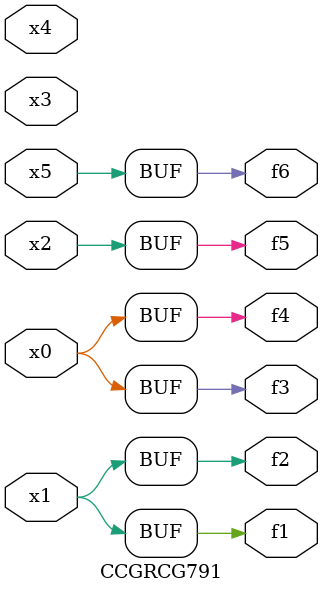
<source format=v>
module CCGRCG791(
	input x0, x1, x2, x3, x4, x5,
	output f1, f2, f3, f4, f5, f6
);
	assign f1 = x1;
	assign f2 = x1;
	assign f3 = x0;
	assign f4 = x0;
	assign f5 = x2;
	assign f6 = x5;
endmodule

</source>
